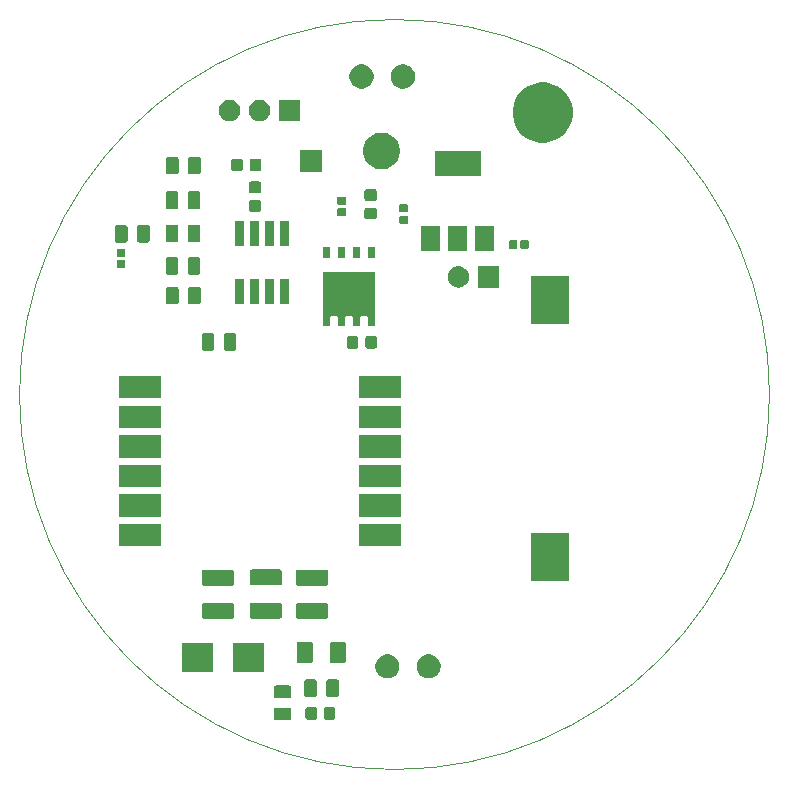
<source format=gbr>
G04 #@! TF.GenerationSoftware,KiCad,Pcbnew,(5.1.5)-3*
G04 #@! TF.CreationDate,2021-11-18T20:40:18-08:00*
G04 #@! TF.ProjectId,nixie_supply_v1,6e697869-655f-4737-9570-706c795f7631,rev?*
G04 #@! TF.SameCoordinates,Original*
G04 #@! TF.FileFunction,Soldermask,Top*
G04 #@! TF.FilePolarity,Negative*
%FSLAX46Y46*%
G04 Gerber Fmt 4.6, Leading zero omitted, Abs format (unit mm)*
G04 Created by KiCad (PCBNEW (5.1.5)-3) date 2021-11-18 20:40:18*
%MOMM*%
%LPD*%
G04 APERTURE LIST*
%ADD10C,0.120000*%
%ADD11C,0.150000*%
G04 APERTURE END LIST*
D10*
X159664400Y-69088000D02*
G75*
G03X159664400Y-69088000I-31750000J0D01*
G01*
D11*
G36*
X119024668Y-95602765D02*
G01*
X119063338Y-95614496D01*
X119098977Y-95633546D01*
X119130217Y-95659183D01*
X119155854Y-95690423D01*
X119174904Y-95726062D01*
X119186635Y-95764732D01*
X119191200Y-95811088D01*
X119191200Y-96462312D01*
X119186635Y-96508668D01*
X119174904Y-96547338D01*
X119155854Y-96582977D01*
X119130217Y-96614217D01*
X119098977Y-96639854D01*
X119063338Y-96658904D01*
X119024668Y-96670635D01*
X118978312Y-96675200D01*
X117902088Y-96675200D01*
X117855732Y-96670635D01*
X117817062Y-96658904D01*
X117781423Y-96639854D01*
X117750183Y-96614217D01*
X117724546Y-96582977D01*
X117705496Y-96547338D01*
X117693765Y-96508668D01*
X117689200Y-96462312D01*
X117689200Y-95811088D01*
X117693765Y-95764732D01*
X117705496Y-95726062D01*
X117724546Y-95690423D01*
X117750183Y-95659183D01*
X117781423Y-95633546D01*
X117817062Y-95614496D01*
X117855732Y-95602765D01*
X117902088Y-95598200D01*
X118978312Y-95598200D01*
X119024668Y-95602765D01*
G37*
G36*
X122770191Y-95566285D02*
G01*
X122804169Y-95576593D01*
X122835490Y-95593334D01*
X122862939Y-95615861D01*
X122885466Y-95643310D01*
X122902207Y-95674631D01*
X122912515Y-95708609D01*
X122916600Y-95750090D01*
X122916600Y-96426310D01*
X122912515Y-96467791D01*
X122902207Y-96501769D01*
X122885466Y-96533090D01*
X122862939Y-96560539D01*
X122835490Y-96583066D01*
X122804169Y-96599807D01*
X122770191Y-96610115D01*
X122728710Y-96614200D01*
X122127490Y-96614200D01*
X122086009Y-96610115D01*
X122052031Y-96599807D01*
X122020710Y-96583066D01*
X121993261Y-96560539D01*
X121970734Y-96533090D01*
X121953993Y-96501769D01*
X121943685Y-96467791D01*
X121939600Y-96426310D01*
X121939600Y-95750090D01*
X121943685Y-95708609D01*
X121953993Y-95674631D01*
X121970734Y-95643310D01*
X121993261Y-95615861D01*
X122020710Y-95593334D01*
X122052031Y-95576593D01*
X122086009Y-95566285D01*
X122127490Y-95562200D01*
X122728710Y-95562200D01*
X122770191Y-95566285D01*
G37*
G36*
X121195191Y-95566285D02*
G01*
X121229169Y-95576593D01*
X121260490Y-95593334D01*
X121287939Y-95615861D01*
X121310466Y-95643310D01*
X121327207Y-95674631D01*
X121337515Y-95708609D01*
X121341600Y-95750090D01*
X121341600Y-96426310D01*
X121337515Y-96467791D01*
X121327207Y-96501769D01*
X121310466Y-96533090D01*
X121287939Y-96560539D01*
X121260490Y-96583066D01*
X121229169Y-96599807D01*
X121195191Y-96610115D01*
X121153710Y-96614200D01*
X120552490Y-96614200D01*
X120511009Y-96610115D01*
X120477031Y-96599807D01*
X120445710Y-96583066D01*
X120418261Y-96560539D01*
X120395734Y-96533090D01*
X120378993Y-96501769D01*
X120368685Y-96467791D01*
X120364600Y-96426310D01*
X120364600Y-95750090D01*
X120368685Y-95708609D01*
X120378993Y-95674631D01*
X120395734Y-95643310D01*
X120418261Y-95615861D01*
X120445710Y-95593334D01*
X120477031Y-95576593D01*
X120511009Y-95566285D01*
X120552490Y-95562200D01*
X121153710Y-95562200D01*
X121195191Y-95566285D01*
G37*
G36*
X119024668Y-93727765D02*
G01*
X119063338Y-93739496D01*
X119098977Y-93758546D01*
X119130217Y-93784183D01*
X119155854Y-93815423D01*
X119174904Y-93851062D01*
X119186635Y-93889732D01*
X119191200Y-93936088D01*
X119191200Y-94587312D01*
X119186635Y-94633668D01*
X119174904Y-94672338D01*
X119155854Y-94707977D01*
X119130217Y-94739217D01*
X119098977Y-94764854D01*
X119063338Y-94783904D01*
X119024668Y-94795635D01*
X118978312Y-94800200D01*
X117902088Y-94800200D01*
X117855732Y-94795635D01*
X117817062Y-94783904D01*
X117781423Y-94764854D01*
X117750183Y-94739217D01*
X117724546Y-94707977D01*
X117705496Y-94672338D01*
X117693765Y-94633668D01*
X117689200Y-94587312D01*
X117689200Y-93936088D01*
X117693765Y-93889732D01*
X117705496Y-93851062D01*
X117724546Y-93815423D01*
X117750183Y-93784183D01*
X117781423Y-93758546D01*
X117817062Y-93739496D01*
X117855732Y-93727765D01*
X117902088Y-93723200D01*
X118978312Y-93723200D01*
X119024668Y-93727765D01*
G37*
G36*
X123051668Y-93208165D02*
G01*
X123090338Y-93219896D01*
X123125977Y-93238946D01*
X123157217Y-93264583D01*
X123182854Y-93295823D01*
X123201904Y-93331462D01*
X123213635Y-93370132D01*
X123218200Y-93416488D01*
X123218200Y-94492712D01*
X123213635Y-94539068D01*
X123201904Y-94577738D01*
X123182854Y-94613377D01*
X123157217Y-94644617D01*
X123125977Y-94670254D01*
X123090338Y-94689304D01*
X123051668Y-94701035D01*
X123005312Y-94705600D01*
X122354088Y-94705600D01*
X122307732Y-94701035D01*
X122269062Y-94689304D01*
X122233423Y-94670254D01*
X122202183Y-94644617D01*
X122176546Y-94613377D01*
X122157496Y-94577738D01*
X122145765Y-94539068D01*
X122141200Y-94492712D01*
X122141200Y-93416488D01*
X122145765Y-93370132D01*
X122157496Y-93331462D01*
X122176546Y-93295823D01*
X122202183Y-93264583D01*
X122233423Y-93238946D01*
X122269062Y-93219896D01*
X122307732Y-93208165D01*
X122354088Y-93203600D01*
X123005312Y-93203600D01*
X123051668Y-93208165D01*
G37*
G36*
X121176668Y-93208165D02*
G01*
X121215338Y-93219896D01*
X121250977Y-93238946D01*
X121282217Y-93264583D01*
X121307854Y-93295823D01*
X121326904Y-93331462D01*
X121338635Y-93370132D01*
X121343200Y-93416488D01*
X121343200Y-94492712D01*
X121338635Y-94539068D01*
X121326904Y-94577738D01*
X121307854Y-94613377D01*
X121282217Y-94644617D01*
X121250977Y-94670254D01*
X121215338Y-94689304D01*
X121176668Y-94701035D01*
X121130312Y-94705600D01*
X120479088Y-94705600D01*
X120432732Y-94701035D01*
X120394062Y-94689304D01*
X120358423Y-94670254D01*
X120327183Y-94644617D01*
X120301546Y-94613377D01*
X120282496Y-94577738D01*
X120270765Y-94539068D01*
X120266200Y-94492712D01*
X120266200Y-93416488D01*
X120270765Y-93370132D01*
X120282496Y-93331462D01*
X120301546Y-93295823D01*
X120327183Y-93264583D01*
X120358423Y-93238946D01*
X120394062Y-93219896D01*
X120432732Y-93208165D01*
X120479088Y-93203600D01*
X121130312Y-93203600D01*
X121176668Y-93208165D01*
G37*
G36*
X127606672Y-91113828D02*
G01*
X127793391Y-91191170D01*
X127793393Y-91191171D01*
X127961437Y-91303454D01*
X128104346Y-91446363D01*
X128198717Y-91587600D01*
X128216630Y-91614409D01*
X128293972Y-91801128D01*
X128333400Y-91999347D01*
X128333400Y-92201453D01*
X128293972Y-92399672D01*
X128225573Y-92564800D01*
X128216629Y-92586393D01*
X128104346Y-92754437D01*
X127961437Y-92897346D01*
X127793393Y-93009629D01*
X127793392Y-93009630D01*
X127793391Y-93009630D01*
X127606672Y-93086972D01*
X127408453Y-93126400D01*
X127206347Y-93126400D01*
X127008128Y-93086972D01*
X126821409Y-93009630D01*
X126821408Y-93009630D01*
X126821407Y-93009629D01*
X126653363Y-92897346D01*
X126510454Y-92754437D01*
X126398171Y-92586393D01*
X126389227Y-92564800D01*
X126320828Y-92399672D01*
X126281400Y-92201453D01*
X126281400Y-91999347D01*
X126320828Y-91801128D01*
X126398170Y-91614409D01*
X126416083Y-91587600D01*
X126510454Y-91446363D01*
X126653363Y-91303454D01*
X126821407Y-91191171D01*
X126821409Y-91191170D01*
X127008128Y-91113828D01*
X127206347Y-91074400D01*
X127408453Y-91074400D01*
X127606672Y-91113828D01*
G37*
G36*
X131106672Y-91113828D02*
G01*
X131293391Y-91191170D01*
X131293393Y-91191171D01*
X131461437Y-91303454D01*
X131604346Y-91446363D01*
X131698717Y-91587600D01*
X131716630Y-91614409D01*
X131793972Y-91801128D01*
X131833400Y-91999347D01*
X131833400Y-92201453D01*
X131793972Y-92399672D01*
X131725573Y-92564800D01*
X131716629Y-92586393D01*
X131604346Y-92754437D01*
X131461437Y-92897346D01*
X131293393Y-93009629D01*
X131293392Y-93009630D01*
X131293391Y-93009630D01*
X131106672Y-93086972D01*
X130908453Y-93126400D01*
X130706347Y-93126400D01*
X130508128Y-93086972D01*
X130321409Y-93009630D01*
X130321408Y-93009630D01*
X130321407Y-93009629D01*
X130153363Y-92897346D01*
X130010454Y-92754437D01*
X129898171Y-92586393D01*
X129889227Y-92564800D01*
X129820828Y-92399672D01*
X129781400Y-92201453D01*
X129781400Y-91999347D01*
X129820828Y-91801128D01*
X129898170Y-91614409D01*
X129916083Y-91587600D01*
X130010454Y-91446363D01*
X130153363Y-91303454D01*
X130321407Y-91191171D01*
X130321409Y-91191170D01*
X130508128Y-91113828D01*
X130706347Y-91074400D01*
X130908453Y-91074400D01*
X131106672Y-91113828D01*
G37*
G36*
X112562000Y-92564800D02*
G01*
X109960000Y-92564800D01*
X109960000Y-90162800D01*
X112562000Y-90162800D01*
X112562000Y-92564800D01*
G37*
G36*
X116862000Y-92564800D02*
G01*
X114260000Y-92564800D01*
X114260000Y-90162800D01*
X116862000Y-90162800D01*
X116862000Y-92564800D01*
G37*
G36*
X120835404Y-90010347D02*
G01*
X120871944Y-90021432D01*
X120905621Y-90039433D01*
X120935141Y-90063659D01*
X120959367Y-90093179D01*
X120977368Y-90126856D01*
X120988453Y-90163396D01*
X120992800Y-90207538D01*
X120992800Y-91656462D01*
X120988453Y-91700604D01*
X120977368Y-91737144D01*
X120959367Y-91770821D01*
X120935141Y-91800341D01*
X120905621Y-91824567D01*
X120871944Y-91842568D01*
X120835404Y-91853653D01*
X120791262Y-91858000D01*
X119842338Y-91858000D01*
X119798196Y-91853653D01*
X119761656Y-91842568D01*
X119727979Y-91824567D01*
X119698459Y-91800341D01*
X119674233Y-91770821D01*
X119656232Y-91737144D01*
X119645147Y-91700604D01*
X119640800Y-91656462D01*
X119640800Y-90207538D01*
X119645147Y-90163396D01*
X119656232Y-90126856D01*
X119674233Y-90093179D01*
X119698459Y-90063659D01*
X119727979Y-90039433D01*
X119761656Y-90021432D01*
X119798196Y-90010347D01*
X119842338Y-90006000D01*
X120791262Y-90006000D01*
X120835404Y-90010347D01*
G37*
G36*
X123635404Y-90010347D02*
G01*
X123671944Y-90021432D01*
X123705621Y-90039433D01*
X123735141Y-90063659D01*
X123759367Y-90093179D01*
X123777368Y-90126856D01*
X123788453Y-90163396D01*
X123792800Y-90207538D01*
X123792800Y-91656462D01*
X123788453Y-91700604D01*
X123777368Y-91737144D01*
X123759367Y-91770821D01*
X123735141Y-91800341D01*
X123705621Y-91824567D01*
X123671944Y-91842568D01*
X123635404Y-91853653D01*
X123591262Y-91858000D01*
X122642338Y-91858000D01*
X122598196Y-91853653D01*
X122561656Y-91842568D01*
X122527979Y-91824567D01*
X122498459Y-91800341D01*
X122474233Y-91770821D01*
X122456232Y-91737144D01*
X122445147Y-91700604D01*
X122440800Y-91656462D01*
X122440800Y-90207538D01*
X122445147Y-90163396D01*
X122456232Y-90126856D01*
X122474233Y-90093179D01*
X122498459Y-90063659D01*
X122527979Y-90039433D01*
X122561656Y-90021432D01*
X122598196Y-90010347D01*
X122642338Y-90006000D01*
X123591262Y-90006000D01*
X123635404Y-90010347D01*
G37*
G36*
X122148004Y-86732747D02*
G01*
X122184544Y-86743832D01*
X122218221Y-86761833D01*
X122247741Y-86786059D01*
X122271967Y-86815579D01*
X122289968Y-86849256D01*
X122301053Y-86885796D01*
X122305400Y-86929938D01*
X122305400Y-87878862D01*
X122301053Y-87923004D01*
X122289968Y-87959544D01*
X122271967Y-87993221D01*
X122247741Y-88022741D01*
X122218221Y-88046967D01*
X122184544Y-88064968D01*
X122148004Y-88076053D01*
X122103862Y-88080400D01*
X119754938Y-88080400D01*
X119710796Y-88076053D01*
X119674256Y-88064968D01*
X119640579Y-88046967D01*
X119611059Y-88022741D01*
X119586833Y-87993221D01*
X119568832Y-87959544D01*
X119557747Y-87923004D01*
X119553400Y-87878862D01*
X119553400Y-86929938D01*
X119557747Y-86885796D01*
X119568832Y-86849256D01*
X119586833Y-86815579D01*
X119611059Y-86786059D01*
X119640579Y-86761833D01*
X119674256Y-86743832D01*
X119710796Y-86732747D01*
X119754938Y-86728400D01*
X122103862Y-86728400D01*
X122148004Y-86732747D01*
G37*
G36*
X114172404Y-86732747D02*
G01*
X114208944Y-86743832D01*
X114242621Y-86761833D01*
X114272141Y-86786059D01*
X114296367Y-86815579D01*
X114314368Y-86849256D01*
X114325453Y-86885796D01*
X114329800Y-86929938D01*
X114329800Y-87878862D01*
X114325453Y-87923004D01*
X114314368Y-87959544D01*
X114296367Y-87993221D01*
X114272141Y-88022741D01*
X114242621Y-88046967D01*
X114208944Y-88064968D01*
X114172404Y-88076053D01*
X114128262Y-88080400D01*
X111779338Y-88080400D01*
X111735196Y-88076053D01*
X111698656Y-88064968D01*
X111664979Y-88046967D01*
X111635459Y-88022741D01*
X111611233Y-87993221D01*
X111593232Y-87959544D01*
X111582147Y-87923004D01*
X111577800Y-87878862D01*
X111577800Y-86929938D01*
X111582147Y-86885796D01*
X111593232Y-86849256D01*
X111611233Y-86815579D01*
X111635459Y-86786059D01*
X111664979Y-86761833D01*
X111698656Y-86743832D01*
X111735196Y-86732747D01*
X111779338Y-86728400D01*
X114128262Y-86728400D01*
X114172404Y-86732747D01*
G37*
G36*
X118236404Y-86707347D02*
G01*
X118272944Y-86718432D01*
X118306621Y-86736433D01*
X118336141Y-86760659D01*
X118360367Y-86790179D01*
X118378368Y-86823856D01*
X118389453Y-86860396D01*
X118393800Y-86904538D01*
X118393800Y-87853462D01*
X118389453Y-87897604D01*
X118378368Y-87934144D01*
X118360367Y-87967821D01*
X118336141Y-87997341D01*
X118306621Y-88021567D01*
X118272944Y-88039568D01*
X118236404Y-88050653D01*
X118192262Y-88055000D01*
X115843338Y-88055000D01*
X115799196Y-88050653D01*
X115762656Y-88039568D01*
X115728979Y-88021567D01*
X115699459Y-87997341D01*
X115675233Y-87967821D01*
X115657232Y-87934144D01*
X115646147Y-87897604D01*
X115641800Y-87853462D01*
X115641800Y-86904538D01*
X115646147Y-86860396D01*
X115657232Y-86823856D01*
X115675233Y-86790179D01*
X115699459Y-86760659D01*
X115728979Y-86736433D01*
X115762656Y-86718432D01*
X115799196Y-86707347D01*
X115843338Y-86703000D01*
X118192262Y-86703000D01*
X118236404Y-86707347D01*
G37*
G36*
X122148004Y-83932747D02*
G01*
X122184544Y-83943832D01*
X122218221Y-83961833D01*
X122247741Y-83986059D01*
X122271967Y-84015579D01*
X122289968Y-84049256D01*
X122301053Y-84085796D01*
X122305400Y-84129938D01*
X122305400Y-85078862D01*
X122301053Y-85123004D01*
X122289968Y-85159544D01*
X122271967Y-85193221D01*
X122247741Y-85222741D01*
X122218221Y-85246967D01*
X122184544Y-85264968D01*
X122148004Y-85276053D01*
X122103862Y-85280400D01*
X119754938Y-85280400D01*
X119710796Y-85276053D01*
X119674256Y-85264968D01*
X119640579Y-85246967D01*
X119611059Y-85222741D01*
X119586833Y-85193221D01*
X119568832Y-85159544D01*
X119557747Y-85123004D01*
X119553400Y-85078862D01*
X119553400Y-84129938D01*
X119557747Y-84085796D01*
X119568832Y-84049256D01*
X119586833Y-84015579D01*
X119611059Y-83986059D01*
X119640579Y-83961833D01*
X119674256Y-83943832D01*
X119710796Y-83932747D01*
X119754938Y-83928400D01*
X122103862Y-83928400D01*
X122148004Y-83932747D01*
G37*
G36*
X114172404Y-83932747D02*
G01*
X114208944Y-83943832D01*
X114242621Y-83961833D01*
X114272141Y-83986059D01*
X114296367Y-84015579D01*
X114314368Y-84049256D01*
X114325453Y-84085796D01*
X114329800Y-84129938D01*
X114329800Y-85078862D01*
X114325453Y-85123004D01*
X114314368Y-85159544D01*
X114296367Y-85193221D01*
X114272141Y-85222741D01*
X114242621Y-85246967D01*
X114208944Y-85264968D01*
X114172404Y-85276053D01*
X114128262Y-85280400D01*
X111779338Y-85280400D01*
X111735196Y-85276053D01*
X111698656Y-85264968D01*
X111664979Y-85246967D01*
X111635459Y-85222741D01*
X111611233Y-85193221D01*
X111593232Y-85159544D01*
X111582147Y-85123004D01*
X111577800Y-85078862D01*
X111577800Y-84129938D01*
X111582147Y-84085796D01*
X111593232Y-84049256D01*
X111611233Y-84015579D01*
X111635459Y-83986059D01*
X111664979Y-83961833D01*
X111698656Y-83943832D01*
X111735196Y-83932747D01*
X111779338Y-83928400D01*
X114128262Y-83928400D01*
X114172404Y-83932747D01*
G37*
G36*
X118236404Y-83907347D02*
G01*
X118272944Y-83918432D01*
X118306621Y-83936433D01*
X118336141Y-83960659D01*
X118360367Y-83990179D01*
X118378368Y-84023856D01*
X118389453Y-84060396D01*
X118393800Y-84104538D01*
X118393800Y-85053462D01*
X118389453Y-85097604D01*
X118378368Y-85134144D01*
X118360367Y-85167821D01*
X118336141Y-85197341D01*
X118306621Y-85221567D01*
X118272944Y-85239568D01*
X118236404Y-85250653D01*
X118192262Y-85255000D01*
X115843338Y-85255000D01*
X115799196Y-85250653D01*
X115762656Y-85239568D01*
X115728979Y-85221567D01*
X115699459Y-85197341D01*
X115675233Y-85167821D01*
X115657232Y-85134144D01*
X115646147Y-85097604D01*
X115641800Y-85053462D01*
X115641800Y-84104538D01*
X115646147Y-84060396D01*
X115657232Y-84023856D01*
X115675233Y-83990179D01*
X115699459Y-83960659D01*
X115728979Y-83936433D01*
X115762656Y-83918432D01*
X115799196Y-83907347D01*
X115843338Y-83903000D01*
X118192262Y-83903000D01*
X118236404Y-83907347D01*
G37*
G36*
X142707600Y-84903400D02*
G01*
X139435600Y-84903400D01*
X139435600Y-80841400D01*
X142707600Y-80841400D01*
X142707600Y-84903400D01*
G37*
G36*
X128461200Y-81922800D02*
G01*
X124929200Y-81922800D01*
X124929200Y-80030800D01*
X128461200Y-80030800D01*
X128461200Y-81922800D01*
G37*
G36*
X108141200Y-81922800D02*
G01*
X104609200Y-81922800D01*
X104609200Y-80030800D01*
X108141200Y-80030800D01*
X108141200Y-81922800D01*
G37*
G36*
X128461200Y-79422800D02*
G01*
X124929200Y-79422800D01*
X124929200Y-77530800D01*
X128461200Y-77530800D01*
X128461200Y-79422800D01*
G37*
G36*
X108141200Y-79422800D02*
G01*
X104609200Y-79422800D01*
X104609200Y-77530800D01*
X108141200Y-77530800D01*
X108141200Y-79422800D01*
G37*
G36*
X108141200Y-76922800D02*
G01*
X104609200Y-76922800D01*
X104609200Y-75030800D01*
X108141200Y-75030800D01*
X108141200Y-76922800D01*
G37*
G36*
X128461200Y-76922800D02*
G01*
X124929200Y-76922800D01*
X124929200Y-75030800D01*
X128461200Y-75030800D01*
X128461200Y-76922800D01*
G37*
G36*
X128461200Y-74422800D02*
G01*
X124929200Y-74422800D01*
X124929200Y-72530800D01*
X128461200Y-72530800D01*
X128461200Y-74422800D01*
G37*
G36*
X108141200Y-74422800D02*
G01*
X104609200Y-74422800D01*
X104609200Y-72530800D01*
X108141200Y-72530800D01*
X108141200Y-74422800D01*
G37*
G36*
X128461200Y-71922800D02*
G01*
X124929200Y-71922800D01*
X124929200Y-70030800D01*
X128461200Y-70030800D01*
X128461200Y-71922800D01*
G37*
G36*
X108141200Y-71922800D02*
G01*
X104609200Y-71922800D01*
X104609200Y-70030800D01*
X108141200Y-70030800D01*
X108141200Y-71922800D01*
G37*
G36*
X128461200Y-69422800D02*
G01*
X124929200Y-69422800D01*
X124929200Y-67530800D01*
X128461200Y-67530800D01*
X128461200Y-69422800D01*
G37*
G36*
X108141200Y-69422800D02*
G01*
X104609200Y-69422800D01*
X104609200Y-67530800D01*
X108141200Y-67530800D01*
X108141200Y-69422800D01*
G37*
G36*
X112489868Y-63896565D02*
G01*
X112528538Y-63908296D01*
X112564177Y-63927346D01*
X112595417Y-63952983D01*
X112621054Y-63984223D01*
X112640104Y-64019862D01*
X112651835Y-64058532D01*
X112656400Y-64104888D01*
X112656400Y-65181112D01*
X112651835Y-65227468D01*
X112640104Y-65266138D01*
X112621054Y-65301777D01*
X112595417Y-65333017D01*
X112564177Y-65358654D01*
X112528538Y-65377704D01*
X112489868Y-65389435D01*
X112443512Y-65394000D01*
X111792288Y-65394000D01*
X111745932Y-65389435D01*
X111707262Y-65377704D01*
X111671623Y-65358654D01*
X111640383Y-65333017D01*
X111614746Y-65301777D01*
X111595696Y-65266138D01*
X111583965Y-65227468D01*
X111579400Y-65181112D01*
X111579400Y-64104888D01*
X111583965Y-64058532D01*
X111595696Y-64019862D01*
X111614746Y-63984223D01*
X111640383Y-63952983D01*
X111671623Y-63927346D01*
X111707262Y-63908296D01*
X111745932Y-63896565D01*
X111792288Y-63892000D01*
X112443512Y-63892000D01*
X112489868Y-63896565D01*
G37*
G36*
X114364868Y-63896565D02*
G01*
X114403538Y-63908296D01*
X114439177Y-63927346D01*
X114470417Y-63952983D01*
X114496054Y-63984223D01*
X114515104Y-64019862D01*
X114526835Y-64058532D01*
X114531400Y-64104888D01*
X114531400Y-65181112D01*
X114526835Y-65227468D01*
X114515104Y-65266138D01*
X114496054Y-65301777D01*
X114470417Y-65333017D01*
X114439177Y-65358654D01*
X114403538Y-65377704D01*
X114364868Y-65389435D01*
X114318512Y-65394000D01*
X113667288Y-65394000D01*
X113620932Y-65389435D01*
X113582262Y-65377704D01*
X113546623Y-65358654D01*
X113515383Y-65333017D01*
X113489746Y-65301777D01*
X113470696Y-65266138D01*
X113458965Y-65227468D01*
X113454400Y-65181112D01*
X113454400Y-64104888D01*
X113458965Y-64058532D01*
X113470696Y-64019862D01*
X113489746Y-63984223D01*
X113515383Y-63952983D01*
X113546623Y-63927346D01*
X113582262Y-63908296D01*
X113620932Y-63896565D01*
X113667288Y-63892000D01*
X114318512Y-63892000D01*
X114364868Y-63896565D01*
G37*
G36*
X126275391Y-64146485D02*
G01*
X126309369Y-64156793D01*
X126340690Y-64173534D01*
X126368139Y-64196061D01*
X126390666Y-64223510D01*
X126407407Y-64254831D01*
X126417715Y-64288809D01*
X126421800Y-64330290D01*
X126421800Y-65006510D01*
X126417715Y-65047991D01*
X126407407Y-65081969D01*
X126390666Y-65113290D01*
X126368139Y-65140739D01*
X126340690Y-65163266D01*
X126309369Y-65180007D01*
X126275391Y-65190315D01*
X126233910Y-65194400D01*
X125632690Y-65194400D01*
X125591209Y-65190315D01*
X125557231Y-65180007D01*
X125525910Y-65163266D01*
X125498461Y-65140739D01*
X125475934Y-65113290D01*
X125459193Y-65081969D01*
X125448885Y-65047991D01*
X125444800Y-65006510D01*
X125444800Y-64330290D01*
X125448885Y-64288809D01*
X125459193Y-64254831D01*
X125475934Y-64223510D01*
X125498461Y-64196061D01*
X125525910Y-64173534D01*
X125557231Y-64156793D01*
X125591209Y-64146485D01*
X125632690Y-64142400D01*
X126233910Y-64142400D01*
X126275391Y-64146485D01*
G37*
G36*
X124700391Y-64146485D02*
G01*
X124734369Y-64156793D01*
X124765690Y-64173534D01*
X124793139Y-64196061D01*
X124815666Y-64223510D01*
X124832407Y-64254831D01*
X124842715Y-64288809D01*
X124846800Y-64330290D01*
X124846800Y-65006510D01*
X124842715Y-65047991D01*
X124832407Y-65081969D01*
X124815666Y-65113290D01*
X124793139Y-65140739D01*
X124765690Y-65163266D01*
X124734369Y-65180007D01*
X124700391Y-65190315D01*
X124658910Y-65194400D01*
X124057690Y-65194400D01*
X124016209Y-65190315D01*
X123982231Y-65180007D01*
X123950910Y-65163266D01*
X123923461Y-65140739D01*
X123900934Y-65113290D01*
X123884193Y-65081969D01*
X123873885Y-65047991D01*
X123869800Y-65006510D01*
X123869800Y-64330290D01*
X123873885Y-64288809D01*
X123884193Y-64254831D01*
X123900934Y-64223510D01*
X123923461Y-64196061D01*
X123950910Y-64173534D01*
X123982231Y-64156793D01*
X124016209Y-64146485D01*
X124057690Y-64142400D01*
X124658910Y-64142400D01*
X124700391Y-64146485D01*
G37*
G36*
X126258599Y-58718999D02*
G01*
X126258601Y-58719001D01*
X126259205Y-58725137D01*
X126259205Y-63262863D01*
X126258601Y-63268999D01*
X126258599Y-63269001D01*
X126252463Y-63269605D01*
X125664737Y-63269605D01*
X125658601Y-63269001D01*
X125658599Y-63268999D01*
X125657995Y-63262863D01*
X125657995Y-62594604D01*
X125655593Y-62570218D01*
X125648480Y-62546769D01*
X125636929Y-62525158D01*
X125621384Y-62506216D01*
X125602442Y-62490671D01*
X125580831Y-62479120D01*
X125557382Y-62472007D01*
X125532996Y-62469605D01*
X125114204Y-62469605D01*
X125089818Y-62472007D01*
X125066369Y-62479120D01*
X125044758Y-62490671D01*
X125025816Y-62506216D01*
X125010271Y-62525158D01*
X124998720Y-62546769D01*
X124991607Y-62570218D01*
X124989205Y-62594604D01*
X124989205Y-63262863D01*
X124988601Y-63268999D01*
X124988599Y-63269001D01*
X124982463Y-63269605D01*
X124394737Y-63269605D01*
X124388601Y-63269001D01*
X124388599Y-63268999D01*
X124387995Y-63262863D01*
X124387995Y-62594604D01*
X124385593Y-62570218D01*
X124378480Y-62546769D01*
X124366929Y-62525158D01*
X124351384Y-62506216D01*
X124332442Y-62490671D01*
X124310831Y-62479120D01*
X124287382Y-62472007D01*
X124262996Y-62469605D01*
X123844204Y-62469605D01*
X123819818Y-62472007D01*
X123796369Y-62479120D01*
X123774758Y-62490671D01*
X123755816Y-62506216D01*
X123740271Y-62525158D01*
X123728720Y-62546769D01*
X123721607Y-62570218D01*
X123719205Y-62594604D01*
X123719205Y-63262863D01*
X123718601Y-63268999D01*
X123718599Y-63269001D01*
X123712463Y-63269605D01*
X123124737Y-63269605D01*
X123118601Y-63269001D01*
X123118599Y-63268999D01*
X123117995Y-63262863D01*
X123117995Y-62594604D01*
X123115593Y-62570218D01*
X123108480Y-62546769D01*
X123096929Y-62525158D01*
X123081384Y-62506216D01*
X123062442Y-62490671D01*
X123040831Y-62479120D01*
X123017382Y-62472007D01*
X122992996Y-62469605D01*
X122574204Y-62469605D01*
X122549818Y-62472007D01*
X122526369Y-62479120D01*
X122504758Y-62490671D01*
X122485816Y-62506216D01*
X122470271Y-62525158D01*
X122458720Y-62546769D01*
X122451607Y-62570218D01*
X122449205Y-62594604D01*
X122449205Y-63262863D01*
X122448601Y-63268999D01*
X122448599Y-63269001D01*
X122442463Y-63269605D01*
X121854737Y-63269605D01*
X121848601Y-63269001D01*
X121848599Y-63268999D01*
X121847995Y-63262863D01*
X121847995Y-58725137D01*
X121848599Y-58719001D01*
X121848601Y-58718999D01*
X121854737Y-58718395D01*
X126252463Y-58718395D01*
X126258599Y-58718999D01*
G37*
G36*
X142707600Y-63143400D02*
G01*
X139435600Y-63143400D01*
X139435600Y-59081400D01*
X142707600Y-59081400D01*
X142707600Y-63143400D01*
G37*
G36*
X109467268Y-59959565D02*
G01*
X109505938Y-59971296D01*
X109541577Y-59990346D01*
X109572817Y-60015983D01*
X109598454Y-60047223D01*
X109617504Y-60082862D01*
X109629235Y-60121532D01*
X109633800Y-60167888D01*
X109633800Y-61244112D01*
X109629235Y-61290468D01*
X109617504Y-61329138D01*
X109598454Y-61364777D01*
X109572817Y-61396017D01*
X109541577Y-61421654D01*
X109505938Y-61440704D01*
X109467268Y-61452435D01*
X109420912Y-61457000D01*
X108769688Y-61457000D01*
X108723332Y-61452435D01*
X108684662Y-61440704D01*
X108649023Y-61421654D01*
X108617783Y-61396017D01*
X108592146Y-61364777D01*
X108573096Y-61329138D01*
X108561365Y-61290468D01*
X108556800Y-61244112D01*
X108556800Y-60167888D01*
X108561365Y-60121532D01*
X108573096Y-60082862D01*
X108592146Y-60047223D01*
X108617783Y-60015983D01*
X108649023Y-59990346D01*
X108684662Y-59971296D01*
X108723332Y-59959565D01*
X108769688Y-59955000D01*
X109420912Y-59955000D01*
X109467268Y-59959565D01*
G37*
G36*
X111342268Y-59959565D02*
G01*
X111380938Y-59971296D01*
X111416577Y-59990346D01*
X111447817Y-60015983D01*
X111473454Y-60047223D01*
X111492504Y-60082862D01*
X111504235Y-60121532D01*
X111508800Y-60167888D01*
X111508800Y-61244112D01*
X111504235Y-61290468D01*
X111492504Y-61329138D01*
X111473454Y-61364777D01*
X111447817Y-61396017D01*
X111416577Y-61421654D01*
X111380938Y-61440704D01*
X111342268Y-61452435D01*
X111295912Y-61457000D01*
X110644688Y-61457000D01*
X110598332Y-61452435D01*
X110559662Y-61440704D01*
X110524023Y-61421654D01*
X110492783Y-61396017D01*
X110467146Y-61364777D01*
X110448096Y-61329138D01*
X110436365Y-61290468D01*
X110431800Y-61244112D01*
X110431800Y-60167888D01*
X110436365Y-60121532D01*
X110448096Y-60082862D01*
X110467146Y-60047223D01*
X110492783Y-60015983D01*
X110524023Y-59990346D01*
X110559662Y-59971296D01*
X110598332Y-59959565D01*
X110644688Y-59955000D01*
X111295912Y-59955000D01*
X111342268Y-59959565D01*
G37*
G36*
X117673600Y-61438400D02*
G01*
X116971600Y-61438400D01*
X116971600Y-59336400D01*
X117673600Y-59336400D01*
X117673600Y-61438400D01*
G37*
G36*
X118943600Y-61438400D02*
G01*
X118241600Y-61438400D01*
X118241600Y-59336400D01*
X118943600Y-59336400D01*
X118943600Y-61438400D01*
G37*
G36*
X116403600Y-61438400D02*
G01*
X115701600Y-61438400D01*
X115701600Y-59336400D01*
X116403600Y-59336400D01*
X116403600Y-61438400D01*
G37*
G36*
X115133600Y-61438400D02*
G01*
X114431600Y-61438400D01*
X114431600Y-59336400D01*
X115133600Y-59336400D01*
X115133600Y-61438400D01*
G37*
G36*
X136765600Y-60032200D02*
G01*
X134963600Y-60032200D01*
X134963600Y-58230200D01*
X136765600Y-58230200D01*
X136765600Y-60032200D01*
G37*
G36*
X133438112Y-58235127D02*
G01*
X133587412Y-58264824D01*
X133751384Y-58332744D01*
X133898954Y-58431347D01*
X134024453Y-58556846D01*
X134123056Y-58704416D01*
X134190976Y-58868388D01*
X134225600Y-59042459D01*
X134225600Y-59219941D01*
X134190976Y-59394012D01*
X134123056Y-59557984D01*
X134024453Y-59705554D01*
X133898954Y-59831053D01*
X133751384Y-59929656D01*
X133587412Y-59997576D01*
X133438112Y-60027273D01*
X133413342Y-60032200D01*
X133235858Y-60032200D01*
X133211088Y-60027273D01*
X133061788Y-59997576D01*
X132897816Y-59929656D01*
X132750246Y-59831053D01*
X132624747Y-59705554D01*
X132526144Y-59557984D01*
X132458224Y-59394012D01*
X132423600Y-59219941D01*
X132423600Y-59042459D01*
X132458224Y-58868388D01*
X132526144Y-58704416D01*
X132624747Y-58556846D01*
X132750246Y-58431347D01*
X132897816Y-58332744D01*
X133061788Y-58264824D01*
X133211088Y-58235127D01*
X133235858Y-58230200D01*
X133413342Y-58230200D01*
X133438112Y-58235127D01*
G37*
G36*
X111316868Y-57444965D02*
G01*
X111355538Y-57456696D01*
X111391177Y-57475746D01*
X111422417Y-57501383D01*
X111448054Y-57532623D01*
X111467104Y-57568262D01*
X111478835Y-57606932D01*
X111483400Y-57653288D01*
X111483400Y-58729512D01*
X111478835Y-58775868D01*
X111467104Y-58814538D01*
X111448054Y-58850177D01*
X111422417Y-58881417D01*
X111391177Y-58907054D01*
X111355538Y-58926104D01*
X111316868Y-58937835D01*
X111270512Y-58942400D01*
X110619288Y-58942400D01*
X110572932Y-58937835D01*
X110534262Y-58926104D01*
X110498623Y-58907054D01*
X110467383Y-58881417D01*
X110441746Y-58850177D01*
X110422696Y-58814538D01*
X110410965Y-58775868D01*
X110406400Y-58729512D01*
X110406400Y-57653288D01*
X110410965Y-57606932D01*
X110422696Y-57568262D01*
X110441746Y-57532623D01*
X110467383Y-57501383D01*
X110498623Y-57475746D01*
X110534262Y-57456696D01*
X110572932Y-57444965D01*
X110619288Y-57440400D01*
X111270512Y-57440400D01*
X111316868Y-57444965D01*
G37*
G36*
X109441868Y-57444965D02*
G01*
X109480538Y-57456696D01*
X109516177Y-57475746D01*
X109547417Y-57501383D01*
X109573054Y-57532623D01*
X109592104Y-57568262D01*
X109603835Y-57606932D01*
X109608400Y-57653288D01*
X109608400Y-58729512D01*
X109603835Y-58775868D01*
X109592104Y-58814538D01*
X109573054Y-58850177D01*
X109547417Y-58881417D01*
X109516177Y-58907054D01*
X109480538Y-58926104D01*
X109441868Y-58937835D01*
X109395512Y-58942400D01*
X108744288Y-58942400D01*
X108697932Y-58937835D01*
X108659262Y-58926104D01*
X108623623Y-58907054D01*
X108592383Y-58881417D01*
X108566746Y-58850177D01*
X108547696Y-58814538D01*
X108535965Y-58775868D01*
X108531400Y-58729512D01*
X108531400Y-57653288D01*
X108535965Y-57606932D01*
X108547696Y-57568262D01*
X108566746Y-57532623D01*
X108592383Y-57501383D01*
X108623623Y-57475746D01*
X108659262Y-57456696D01*
X108697932Y-57444965D01*
X108744288Y-57440400D01*
X109395512Y-57440400D01*
X109441868Y-57444965D01*
G37*
G36*
X105031538Y-57723516D02*
G01*
X105052157Y-57729771D01*
X105071153Y-57739924D01*
X105087808Y-57753592D01*
X105101476Y-57770247D01*
X105111629Y-57789243D01*
X105117884Y-57809862D01*
X105120600Y-57837440D01*
X105120600Y-58296160D01*
X105117884Y-58323738D01*
X105111629Y-58344357D01*
X105101476Y-58363353D01*
X105087808Y-58380008D01*
X105071153Y-58393676D01*
X105052157Y-58403829D01*
X105031538Y-58410084D01*
X105003960Y-58412800D01*
X104495240Y-58412800D01*
X104467662Y-58410084D01*
X104447043Y-58403829D01*
X104428047Y-58393676D01*
X104411392Y-58380008D01*
X104397724Y-58363353D01*
X104387571Y-58344357D01*
X104381316Y-58323738D01*
X104378600Y-58296160D01*
X104378600Y-57837440D01*
X104381316Y-57809862D01*
X104387571Y-57789243D01*
X104397724Y-57770247D01*
X104411392Y-57753592D01*
X104428047Y-57739924D01*
X104447043Y-57729771D01*
X104467662Y-57723516D01*
X104495240Y-57720800D01*
X105003960Y-57720800D01*
X105031538Y-57723516D01*
G37*
G36*
X126259600Y-57520000D02*
G01*
X125657600Y-57520000D01*
X125657600Y-56568000D01*
X126259600Y-56568000D01*
X126259600Y-57520000D01*
G37*
G36*
X124989600Y-57520000D02*
G01*
X124387600Y-57520000D01*
X124387600Y-56568000D01*
X124989600Y-56568000D01*
X124989600Y-57520000D01*
G37*
G36*
X122449600Y-57520000D02*
G01*
X121847600Y-57520000D01*
X121847600Y-56568000D01*
X122449600Y-56568000D01*
X122449600Y-57520000D01*
G37*
G36*
X123719600Y-57520000D02*
G01*
X123117600Y-57520000D01*
X123117600Y-56568000D01*
X123719600Y-56568000D01*
X123719600Y-57520000D01*
G37*
G36*
X105031538Y-56753516D02*
G01*
X105052157Y-56759771D01*
X105071153Y-56769924D01*
X105087808Y-56783592D01*
X105101476Y-56800247D01*
X105111629Y-56819243D01*
X105117884Y-56839862D01*
X105120600Y-56867440D01*
X105120600Y-57326160D01*
X105117884Y-57353738D01*
X105111629Y-57374357D01*
X105101476Y-57393353D01*
X105087808Y-57410008D01*
X105071153Y-57423676D01*
X105052157Y-57433829D01*
X105031538Y-57440084D01*
X105003960Y-57442800D01*
X104495240Y-57442800D01*
X104467662Y-57440084D01*
X104447043Y-57433829D01*
X104428047Y-57423676D01*
X104411392Y-57410008D01*
X104397724Y-57393353D01*
X104387571Y-57374357D01*
X104381316Y-57353738D01*
X104378600Y-57326160D01*
X104378600Y-56867440D01*
X104381316Y-56839862D01*
X104387571Y-56819243D01*
X104397724Y-56800247D01*
X104411392Y-56783592D01*
X104428047Y-56769924D01*
X104447043Y-56759771D01*
X104467662Y-56753516D01*
X104495240Y-56750800D01*
X105003960Y-56750800D01*
X105031538Y-56753516D01*
G37*
G36*
X131759560Y-56900920D02*
G01*
X130157560Y-56900920D01*
X130157560Y-54798920D01*
X131759560Y-54798920D01*
X131759560Y-56900920D01*
G37*
G36*
X134059560Y-56900920D02*
G01*
X132457560Y-56900920D01*
X132457560Y-54798920D01*
X134059560Y-54798920D01*
X134059560Y-56900920D01*
G37*
G36*
X136359560Y-56900920D02*
G01*
X134757560Y-56900920D01*
X134757560Y-54798920D01*
X136359560Y-54798920D01*
X136359560Y-56900920D01*
G37*
G36*
X139179558Y-56019716D02*
G01*
X139200177Y-56025971D01*
X139219173Y-56036124D01*
X139235828Y-56049792D01*
X139249496Y-56066447D01*
X139259649Y-56085443D01*
X139265904Y-56106062D01*
X139268620Y-56133640D01*
X139268620Y-56642360D01*
X139265904Y-56669938D01*
X139259649Y-56690557D01*
X139249496Y-56709553D01*
X139235828Y-56726208D01*
X139219173Y-56739876D01*
X139200177Y-56750029D01*
X139179558Y-56756284D01*
X139151980Y-56759000D01*
X138693260Y-56759000D01*
X138665682Y-56756284D01*
X138645063Y-56750029D01*
X138626067Y-56739876D01*
X138609412Y-56726208D01*
X138595744Y-56709553D01*
X138585591Y-56690557D01*
X138579336Y-56669938D01*
X138576620Y-56642360D01*
X138576620Y-56133640D01*
X138579336Y-56106062D01*
X138585591Y-56085443D01*
X138595744Y-56066447D01*
X138609412Y-56049792D01*
X138626067Y-56036124D01*
X138645063Y-56025971D01*
X138665682Y-56019716D01*
X138693260Y-56017000D01*
X139151980Y-56017000D01*
X139179558Y-56019716D01*
G37*
G36*
X138209558Y-56019716D02*
G01*
X138230177Y-56025971D01*
X138249173Y-56036124D01*
X138265828Y-56049792D01*
X138279496Y-56066447D01*
X138289649Y-56085443D01*
X138295904Y-56106062D01*
X138298620Y-56133640D01*
X138298620Y-56642360D01*
X138295904Y-56669938D01*
X138289649Y-56690557D01*
X138279496Y-56709553D01*
X138265828Y-56726208D01*
X138249173Y-56739876D01*
X138230177Y-56750029D01*
X138209558Y-56756284D01*
X138181980Y-56759000D01*
X137723260Y-56759000D01*
X137695682Y-56756284D01*
X137675063Y-56750029D01*
X137656067Y-56739876D01*
X137639412Y-56726208D01*
X137625744Y-56709553D01*
X137615591Y-56690557D01*
X137609336Y-56669938D01*
X137606620Y-56642360D01*
X137606620Y-56133640D01*
X137609336Y-56106062D01*
X137615591Y-56085443D01*
X137625744Y-56066447D01*
X137639412Y-56049792D01*
X137656067Y-56036124D01*
X137675063Y-56025971D01*
X137695682Y-56019716D01*
X137723260Y-56017000D01*
X138181980Y-56017000D01*
X138209558Y-56019716D01*
G37*
G36*
X118943600Y-56538400D02*
G01*
X118241600Y-56538400D01*
X118241600Y-54436400D01*
X118943600Y-54436400D01*
X118943600Y-56538400D01*
G37*
G36*
X117673600Y-56538400D02*
G01*
X116971600Y-56538400D01*
X116971600Y-54436400D01*
X117673600Y-54436400D01*
X117673600Y-56538400D01*
G37*
G36*
X116403600Y-56538400D02*
G01*
X115701600Y-56538400D01*
X115701600Y-54436400D01*
X116403600Y-54436400D01*
X116403600Y-56538400D01*
G37*
G36*
X115133600Y-56538400D02*
G01*
X114431600Y-56538400D01*
X114431600Y-54436400D01*
X115133600Y-54436400D01*
X115133600Y-56538400D01*
G37*
G36*
X107024268Y-54727165D02*
G01*
X107062938Y-54738896D01*
X107098577Y-54757946D01*
X107129817Y-54783583D01*
X107155454Y-54814823D01*
X107174504Y-54850462D01*
X107186235Y-54889132D01*
X107190800Y-54935488D01*
X107190800Y-56011712D01*
X107186235Y-56058068D01*
X107174504Y-56096738D01*
X107155454Y-56132377D01*
X107129817Y-56163617D01*
X107098577Y-56189254D01*
X107062938Y-56208304D01*
X107024268Y-56220035D01*
X106977912Y-56224600D01*
X106326688Y-56224600D01*
X106280332Y-56220035D01*
X106241662Y-56208304D01*
X106206023Y-56189254D01*
X106174783Y-56163617D01*
X106149146Y-56132377D01*
X106130096Y-56096738D01*
X106118365Y-56058068D01*
X106113800Y-56011712D01*
X106113800Y-54935488D01*
X106118365Y-54889132D01*
X106130096Y-54850462D01*
X106149146Y-54814823D01*
X106174783Y-54783583D01*
X106206023Y-54757946D01*
X106241662Y-54738896D01*
X106280332Y-54727165D01*
X106326688Y-54722600D01*
X106977912Y-54722600D01*
X107024268Y-54727165D01*
G37*
G36*
X105149268Y-54727165D02*
G01*
X105187938Y-54738896D01*
X105223577Y-54757946D01*
X105254817Y-54783583D01*
X105280454Y-54814823D01*
X105299504Y-54850462D01*
X105311235Y-54889132D01*
X105315800Y-54935488D01*
X105315800Y-56011712D01*
X105311235Y-56058068D01*
X105299504Y-56096738D01*
X105280454Y-56132377D01*
X105254817Y-56163617D01*
X105223577Y-56189254D01*
X105187938Y-56208304D01*
X105149268Y-56220035D01*
X105102912Y-56224600D01*
X104451688Y-56224600D01*
X104405332Y-56220035D01*
X104366662Y-56208304D01*
X104331023Y-56189254D01*
X104299783Y-56163617D01*
X104274146Y-56132377D01*
X104255096Y-56096738D01*
X104243365Y-56058068D01*
X104238800Y-56011712D01*
X104238800Y-54935488D01*
X104243365Y-54889132D01*
X104255096Y-54850462D01*
X104274146Y-54814823D01*
X104299783Y-54783583D01*
X104331023Y-54757946D01*
X104366662Y-54738896D01*
X104405332Y-54727165D01*
X104451688Y-54722600D01*
X105102912Y-54722600D01*
X105149268Y-54727165D01*
G37*
G36*
X111316868Y-54701765D02*
G01*
X111355538Y-54713496D01*
X111391177Y-54732546D01*
X111422417Y-54758183D01*
X111448054Y-54789423D01*
X111467104Y-54825062D01*
X111478835Y-54863732D01*
X111483400Y-54910088D01*
X111483400Y-55986312D01*
X111478835Y-56032668D01*
X111467104Y-56071338D01*
X111448054Y-56106977D01*
X111422417Y-56138217D01*
X111391177Y-56163854D01*
X111355538Y-56182904D01*
X111316868Y-56194635D01*
X111270512Y-56199200D01*
X110619288Y-56199200D01*
X110572932Y-56194635D01*
X110534262Y-56182904D01*
X110498623Y-56163854D01*
X110467383Y-56138217D01*
X110441746Y-56106977D01*
X110422696Y-56071338D01*
X110410965Y-56032668D01*
X110406400Y-55986312D01*
X110406400Y-54910088D01*
X110410965Y-54863732D01*
X110422696Y-54825062D01*
X110441746Y-54789423D01*
X110467383Y-54758183D01*
X110498623Y-54732546D01*
X110534262Y-54713496D01*
X110572932Y-54701765D01*
X110619288Y-54697200D01*
X111270512Y-54697200D01*
X111316868Y-54701765D01*
G37*
G36*
X109441868Y-54701765D02*
G01*
X109480538Y-54713496D01*
X109516177Y-54732546D01*
X109547417Y-54758183D01*
X109573054Y-54789423D01*
X109592104Y-54825062D01*
X109603835Y-54863732D01*
X109608400Y-54910088D01*
X109608400Y-55986312D01*
X109603835Y-56032668D01*
X109592104Y-56071338D01*
X109573054Y-56106977D01*
X109547417Y-56138217D01*
X109516177Y-56163854D01*
X109480538Y-56182904D01*
X109441868Y-56194635D01*
X109395512Y-56199200D01*
X108744288Y-56199200D01*
X108697932Y-56194635D01*
X108659262Y-56182904D01*
X108623623Y-56163854D01*
X108592383Y-56138217D01*
X108566746Y-56106977D01*
X108547696Y-56071338D01*
X108535965Y-56032668D01*
X108531400Y-55986312D01*
X108531400Y-54910088D01*
X108535965Y-54863732D01*
X108547696Y-54825062D01*
X108566746Y-54789423D01*
X108592383Y-54758183D01*
X108623623Y-54732546D01*
X108659262Y-54713496D01*
X108697932Y-54701765D01*
X108744288Y-54697200D01*
X109395512Y-54697200D01*
X109441868Y-54701765D01*
G37*
G36*
X128978658Y-53956696D02*
G01*
X128999277Y-53962951D01*
X129018273Y-53973104D01*
X129034928Y-53986772D01*
X129048596Y-54003427D01*
X129058749Y-54022423D01*
X129065004Y-54043042D01*
X129067720Y-54070620D01*
X129067720Y-54529340D01*
X129065004Y-54556918D01*
X129058749Y-54577537D01*
X129048596Y-54596533D01*
X129034928Y-54613188D01*
X129018273Y-54626856D01*
X128999277Y-54637009D01*
X128978658Y-54643264D01*
X128951080Y-54645980D01*
X128442360Y-54645980D01*
X128414782Y-54643264D01*
X128394163Y-54637009D01*
X128375167Y-54626856D01*
X128358512Y-54613188D01*
X128344844Y-54596533D01*
X128334691Y-54577537D01*
X128328436Y-54556918D01*
X128325720Y-54529340D01*
X128325720Y-54070620D01*
X128328436Y-54043042D01*
X128334691Y-54022423D01*
X128344844Y-54003427D01*
X128358512Y-53986772D01*
X128375167Y-53973104D01*
X128394163Y-53962951D01*
X128414782Y-53956696D01*
X128442360Y-53953980D01*
X128951080Y-53953980D01*
X128978658Y-53956696D01*
G37*
G36*
X126274691Y-53284945D02*
G01*
X126308669Y-53295253D01*
X126339990Y-53311994D01*
X126367439Y-53334521D01*
X126389966Y-53361970D01*
X126406707Y-53393291D01*
X126417015Y-53427269D01*
X126421100Y-53468750D01*
X126421100Y-54069970D01*
X126417015Y-54111451D01*
X126406707Y-54145429D01*
X126389966Y-54176750D01*
X126367439Y-54204199D01*
X126339990Y-54226726D01*
X126308669Y-54243467D01*
X126274691Y-54253775D01*
X126233210Y-54257860D01*
X125556990Y-54257860D01*
X125515509Y-54253775D01*
X125481531Y-54243467D01*
X125450210Y-54226726D01*
X125422761Y-54204199D01*
X125400234Y-54176750D01*
X125383493Y-54145429D01*
X125373185Y-54111451D01*
X125369100Y-54069970D01*
X125369100Y-53468750D01*
X125373185Y-53427269D01*
X125383493Y-53393291D01*
X125400234Y-53361970D01*
X125422761Y-53334521D01*
X125450210Y-53311994D01*
X125481531Y-53295253D01*
X125515509Y-53284945D01*
X125556990Y-53280860D01*
X126233210Y-53280860D01*
X126274691Y-53284945D01*
G37*
G36*
X123725938Y-53303916D02*
G01*
X123746557Y-53310171D01*
X123765553Y-53320324D01*
X123782208Y-53333992D01*
X123795876Y-53350647D01*
X123806029Y-53369643D01*
X123812284Y-53390262D01*
X123815000Y-53417840D01*
X123815000Y-53876560D01*
X123812284Y-53904138D01*
X123806029Y-53924757D01*
X123795876Y-53943753D01*
X123782208Y-53960408D01*
X123765553Y-53974076D01*
X123746557Y-53984229D01*
X123725938Y-53990484D01*
X123698360Y-53993200D01*
X123189640Y-53993200D01*
X123162062Y-53990484D01*
X123141443Y-53984229D01*
X123122447Y-53974076D01*
X123105792Y-53960408D01*
X123092124Y-53943753D01*
X123081971Y-53924757D01*
X123075716Y-53904138D01*
X123073000Y-53876560D01*
X123073000Y-53417840D01*
X123075716Y-53390262D01*
X123081971Y-53369643D01*
X123092124Y-53350647D01*
X123105792Y-53333992D01*
X123122447Y-53320324D01*
X123141443Y-53310171D01*
X123162062Y-53303916D01*
X123189640Y-53301200D01*
X123698360Y-53301200D01*
X123725938Y-53303916D01*
G37*
G36*
X128978658Y-52986696D02*
G01*
X128999277Y-52992951D01*
X129018273Y-53003104D01*
X129034928Y-53016772D01*
X129048596Y-53033427D01*
X129058749Y-53052423D01*
X129065004Y-53073042D01*
X129067720Y-53100620D01*
X129067720Y-53559340D01*
X129065004Y-53586918D01*
X129058749Y-53607537D01*
X129048596Y-53626533D01*
X129034928Y-53643188D01*
X129018273Y-53656856D01*
X128999277Y-53667009D01*
X128978658Y-53673264D01*
X128951080Y-53675980D01*
X128442360Y-53675980D01*
X128414782Y-53673264D01*
X128394163Y-53667009D01*
X128375167Y-53656856D01*
X128358512Y-53643188D01*
X128344844Y-53626533D01*
X128334691Y-53607537D01*
X128328436Y-53586918D01*
X128325720Y-53559340D01*
X128325720Y-53100620D01*
X128328436Y-53073042D01*
X128334691Y-53052423D01*
X128344844Y-53033427D01*
X128358512Y-53016772D01*
X128375167Y-53003104D01*
X128394163Y-52992951D01*
X128414782Y-52986696D01*
X128442360Y-52983980D01*
X128951080Y-52983980D01*
X128978658Y-52986696D01*
G37*
G36*
X116482991Y-52627085D02*
G01*
X116516969Y-52637393D01*
X116548290Y-52654134D01*
X116575739Y-52676661D01*
X116598266Y-52704110D01*
X116615007Y-52735431D01*
X116625315Y-52769409D01*
X116629400Y-52810890D01*
X116629400Y-53412110D01*
X116625315Y-53453591D01*
X116615007Y-53487569D01*
X116598266Y-53518890D01*
X116575739Y-53546339D01*
X116548290Y-53568866D01*
X116516969Y-53585607D01*
X116482991Y-53595915D01*
X116441510Y-53600000D01*
X115765290Y-53600000D01*
X115723809Y-53595915D01*
X115689831Y-53585607D01*
X115658510Y-53568866D01*
X115631061Y-53546339D01*
X115608534Y-53518890D01*
X115591793Y-53487569D01*
X115581485Y-53453591D01*
X115577400Y-53412110D01*
X115577400Y-52810890D01*
X115581485Y-52769409D01*
X115591793Y-52735431D01*
X115608534Y-52704110D01*
X115631061Y-52676661D01*
X115658510Y-52654134D01*
X115689831Y-52637393D01*
X115723809Y-52627085D01*
X115765290Y-52623000D01*
X116441510Y-52623000D01*
X116482991Y-52627085D01*
G37*
G36*
X109441868Y-51882365D02*
G01*
X109480538Y-51894096D01*
X109516177Y-51913146D01*
X109547417Y-51938783D01*
X109573054Y-51970023D01*
X109592104Y-52005662D01*
X109603835Y-52044332D01*
X109608400Y-52090688D01*
X109608400Y-53166912D01*
X109603835Y-53213268D01*
X109592104Y-53251938D01*
X109573054Y-53287577D01*
X109547417Y-53318817D01*
X109516177Y-53344454D01*
X109480538Y-53363504D01*
X109441868Y-53375235D01*
X109395512Y-53379800D01*
X108744288Y-53379800D01*
X108697932Y-53375235D01*
X108659262Y-53363504D01*
X108623623Y-53344454D01*
X108592383Y-53318817D01*
X108566746Y-53287577D01*
X108547696Y-53251938D01*
X108535965Y-53213268D01*
X108531400Y-53166912D01*
X108531400Y-52090688D01*
X108535965Y-52044332D01*
X108547696Y-52005662D01*
X108566746Y-51970023D01*
X108592383Y-51938783D01*
X108623623Y-51913146D01*
X108659262Y-51894096D01*
X108697932Y-51882365D01*
X108744288Y-51877800D01*
X109395512Y-51877800D01*
X109441868Y-51882365D01*
G37*
G36*
X111316868Y-51882365D02*
G01*
X111355538Y-51894096D01*
X111391177Y-51913146D01*
X111422417Y-51938783D01*
X111448054Y-51970023D01*
X111467104Y-52005662D01*
X111478835Y-52044332D01*
X111483400Y-52090688D01*
X111483400Y-53166912D01*
X111478835Y-53213268D01*
X111467104Y-53251938D01*
X111448054Y-53287577D01*
X111422417Y-53318817D01*
X111391177Y-53344454D01*
X111355538Y-53363504D01*
X111316868Y-53375235D01*
X111270512Y-53379800D01*
X110619288Y-53379800D01*
X110572932Y-53375235D01*
X110534262Y-53363504D01*
X110498623Y-53344454D01*
X110467383Y-53318817D01*
X110441746Y-53287577D01*
X110422696Y-53251938D01*
X110410965Y-53213268D01*
X110406400Y-53166912D01*
X110406400Y-52090688D01*
X110410965Y-52044332D01*
X110422696Y-52005662D01*
X110441746Y-51970023D01*
X110467383Y-51938783D01*
X110498623Y-51913146D01*
X110534262Y-51894096D01*
X110572932Y-51882365D01*
X110619288Y-51877800D01*
X111270512Y-51877800D01*
X111316868Y-51882365D01*
G37*
G36*
X123725938Y-52333916D02*
G01*
X123746557Y-52340171D01*
X123765553Y-52350324D01*
X123782208Y-52363992D01*
X123795876Y-52380647D01*
X123806029Y-52399643D01*
X123812284Y-52420262D01*
X123815000Y-52447840D01*
X123815000Y-52906560D01*
X123812284Y-52934138D01*
X123806029Y-52954757D01*
X123795876Y-52973753D01*
X123782208Y-52990408D01*
X123765553Y-53004076D01*
X123746557Y-53014229D01*
X123725938Y-53020484D01*
X123698360Y-53023200D01*
X123189640Y-53023200D01*
X123162062Y-53020484D01*
X123141443Y-53014229D01*
X123122447Y-53004076D01*
X123105792Y-52990408D01*
X123092124Y-52973753D01*
X123081971Y-52954757D01*
X123075716Y-52934138D01*
X123073000Y-52906560D01*
X123073000Y-52447840D01*
X123075716Y-52420262D01*
X123081971Y-52399643D01*
X123092124Y-52380647D01*
X123105792Y-52363992D01*
X123122447Y-52350324D01*
X123141443Y-52340171D01*
X123162062Y-52333916D01*
X123189640Y-52331200D01*
X123698360Y-52331200D01*
X123725938Y-52333916D01*
G37*
G36*
X126274691Y-51709945D02*
G01*
X126308669Y-51720253D01*
X126339990Y-51736994D01*
X126367439Y-51759521D01*
X126389966Y-51786970D01*
X126406707Y-51818291D01*
X126417015Y-51852269D01*
X126421100Y-51893750D01*
X126421100Y-52494970D01*
X126417015Y-52536451D01*
X126406707Y-52570429D01*
X126389966Y-52601750D01*
X126367439Y-52629199D01*
X126339990Y-52651726D01*
X126308669Y-52668467D01*
X126274691Y-52678775D01*
X126233210Y-52682860D01*
X125556990Y-52682860D01*
X125515509Y-52678775D01*
X125481531Y-52668467D01*
X125450210Y-52651726D01*
X125422761Y-52629199D01*
X125400234Y-52601750D01*
X125383493Y-52570429D01*
X125373185Y-52536451D01*
X125369100Y-52494970D01*
X125369100Y-51893750D01*
X125373185Y-51852269D01*
X125383493Y-51818291D01*
X125400234Y-51786970D01*
X125422761Y-51759521D01*
X125450210Y-51736994D01*
X125481531Y-51720253D01*
X125515509Y-51709945D01*
X125556990Y-51705860D01*
X126233210Y-51705860D01*
X126274691Y-51709945D01*
G37*
G36*
X116482991Y-51052085D02*
G01*
X116516969Y-51062393D01*
X116548290Y-51079134D01*
X116575739Y-51101661D01*
X116598266Y-51129110D01*
X116615007Y-51160431D01*
X116625315Y-51194409D01*
X116629400Y-51235890D01*
X116629400Y-51837110D01*
X116625315Y-51878591D01*
X116615007Y-51912569D01*
X116598266Y-51943890D01*
X116575739Y-51971339D01*
X116548290Y-51993866D01*
X116516969Y-52010607D01*
X116482991Y-52020915D01*
X116441510Y-52025000D01*
X115765290Y-52025000D01*
X115723809Y-52020915D01*
X115689831Y-52010607D01*
X115658510Y-51993866D01*
X115631061Y-51971339D01*
X115608534Y-51943890D01*
X115591793Y-51912569D01*
X115581485Y-51878591D01*
X115577400Y-51837110D01*
X115577400Y-51235890D01*
X115581485Y-51194409D01*
X115591793Y-51160431D01*
X115608534Y-51129110D01*
X115631061Y-51101661D01*
X115658510Y-51079134D01*
X115689831Y-51062393D01*
X115723809Y-51052085D01*
X115765290Y-51048000D01*
X116441510Y-51048000D01*
X116482991Y-51052085D01*
G37*
G36*
X135209560Y-50600920D02*
G01*
X131307560Y-50600920D01*
X131307560Y-48498920D01*
X135209560Y-48498920D01*
X135209560Y-50600920D01*
G37*
G36*
X111342268Y-48961365D02*
G01*
X111380938Y-48973096D01*
X111416577Y-48992146D01*
X111447817Y-49017783D01*
X111473454Y-49049023D01*
X111492504Y-49084662D01*
X111504235Y-49123332D01*
X111508800Y-49169688D01*
X111508800Y-50245912D01*
X111504235Y-50292268D01*
X111492504Y-50330938D01*
X111473454Y-50366577D01*
X111447817Y-50397817D01*
X111416577Y-50423454D01*
X111380938Y-50442504D01*
X111342268Y-50454235D01*
X111295912Y-50458800D01*
X110644688Y-50458800D01*
X110598332Y-50454235D01*
X110559662Y-50442504D01*
X110524023Y-50423454D01*
X110492783Y-50397817D01*
X110467146Y-50366577D01*
X110448096Y-50330938D01*
X110436365Y-50292268D01*
X110431800Y-50245912D01*
X110431800Y-49169688D01*
X110436365Y-49123332D01*
X110448096Y-49084662D01*
X110467146Y-49049023D01*
X110492783Y-49017783D01*
X110524023Y-48992146D01*
X110559662Y-48973096D01*
X110598332Y-48961365D01*
X110644688Y-48956800D01*
X111295912Y-48956800D01*
X111342268Y-48961365D01*
G37*
G36*
X109467268Y-48961365D02*
G01*
X109505938Y-48973096D01*
X109541577Y-48992146D01*
X109572817Y-49017783D01*
X109598454Y-49049023D01*
X109617504Y-49084662D01*
X109629235Y-49123332D01*
X109633800Y-49169688D01*
X109633800Y-50245912D01*
X109629235Y-50292268D01*
X109617504Y-50330938D01*
X109598454Y-50366577D01*
X109572817Y-50397817D01*
X109541577Y-50423454D01*
X109505938Y-50442504D01*
X109467268Y-50454235D01*
X109420912Y-50458800D01*
X108769688Y-50458800D01*
X108723332Y-50454235D01*
X108684662Y-50442504D01*
X108649023Y-50423454D01*
X108617783Y-50397817D01*
X108592146Y-50366577D01*
X108573096Y-50330938D01*
X108561365Y-50292268D01*
X108556800Y-50245912D01*
X108556800Y-49169688D01*
X108561365Y-49123332D01*
X108573096Y-49084662D01*
X108592146Y-49049023D01*
X108617783Y-49017783D01*
X108649023Y-48992146D01*
X108684662Y-48973096D01*
X108723332Y-48961365D01*
X108769688Y-48956800D01*
X109420912Y-48956800D01*
X109467268Y-48961365D01*
G37*
G36*
X121754200Y-50227800D02*
G01*
X119952200Y-50227800D01*
X119952200Y-48425800D01*
X121754200Y-48425800D01*
X121754200Y-50227800D01*
G37*
G36*
X116496391Y-49135085D02*
G01*
X116530369Y-49145393D01*
X116561690Y-49162134D01*
X116589139Y-49184661D01*
X116611666Y-49212110D01*
X116628407Y-49243431D01*
X116638715Y-49277409D01*
X116642800Y-49318890D01*
X116642800Y-49995110D01*
X116638715Y-50036591D01*
X116628407Y-50070569D01*
X116611666Y-50101890D01*
X116589139Y-50129339D01*
X116561690Y-50151866D01*
X116530369Y-50168607D01*
X116496391Y-50178915D01*
X116454910Y-50183000D01*
X115853690Y-50183000D01*
X115812209Y-50178915D01*
X115778231Y-50168607D01*
X115746910Y-50151866D01*
X115719461Y-50129339D01*
X115696934Y-50101890D01*
X115680193Y-50070569D01*
X115669885Y-50036591D01*
X115665800Y-49995110D01*
X115665800Y-49318890D01*
X115669885Y-49277409D01*
X115680193Y-49243431D01*
X115696934Y-49212110D01*
X115719461Y-49184661D01*
X115746910Y-49162134D01*
X115778231Y-49145393D01*
X115812209Y-49135085D01*
X115853690Y-49131000D01*
X116454910Y-49131000D01*
X116496391Y-49135085D01*
G37*
G36*
X114921391Y-49135085D02*
G01*
X114955369Y-49145393D01*
X114986690Y-49162134D01*
X115014139Y-49184661D01*
X115036666Y-49212110D01*
X115053407Y-49243431D01*
X115063715Y-49277409D01*
X115067800Y-49318890D01*
X115067800Y-49995110D01*
X115063715Y-50036591D01*
X115053407Y-50070569D01*
X115036666Y-50101890D01*
X115014139Y-50129339D01*
X114986690Y-50151866D01*
X114955369Y-50168607D01*
X114921391Y-50178915D01*
X114879910Y-50183000D01*
X114278690Y-50183000D01*
X114237209Y-50178915D01*
X114203231Y-50168607D01*
X114171910Y-50151866D01*
X114144461Y-50129339D01*
X114121934Y-50101890D01*
X114105193Y-50070569D01*
X114094885Y-50036591D01*
X114090800Y-49995110D01*
X114090800Y-49318890D01*
X114094885Y-49277409D01*
X114105193Y-49243431D01*
X114121934Y-49212110D01*
X114144461Y-49184661D01*
X114171910Y-49162134D01*
X114203231Y-49145393D01*
X114237209Y-49135085D01*
X114278690Y-49131000D01*
X114879910Y-49131000D01*
X114921391Y-49135085D01*
G37*
G36*
X127124785Y-46942002D02*
G01*
X127274610Y-46971804D01*
X127556874Y-47088721D01*
X127810905Y-47258459D01*
X128026941Y-47474495D01*
X128196679Y-47728526D01*
X128313596Y-48010790D01*
X128373200Y-48310440D01*
X128373200Y-48615960D01*
X128313596Y-48915610D01*
X128196679Y-49197874D01*
X128026941Y-49451905D01*
X127810905Y-49667941D01*
X127556874Y-49837679D01*
X127274610Y-49954596D01*
X127124785Y-49984398D01*
X126974961Y-50014200D01*
X126669439Y-50014200D01*
X126519615Y-49984398D01*
X126369790Y-49954596D01*
X126087526Y-49837679D01*
X125833495Y-49667941D01*
X125617459Y-49451905D01*
X125447721Y-49197874D01*
X125330804Y-48915610D01*
X125271200Y-48615960D01*
X125271200Y-48310440D01*
X125330804Y-48010790D01*
X125447721Y-47728526D01*
X125617459Y-47474495D01*
X125833495Y-47258459D01*
X126087526Y-47088721D01*
X126369790Y-46971804D01*
X126519615Y-46942002D01*
X126669439Y-46912200D01*
X126974961Y-46912200D01*
X127124785Y-46942002D01*
G37*
G36*
X141206098Y-42759033D02*
G01*
X141670350Y-42951332D01*
X141670352Y-42951333D01*
X142088168Y-43230509D01*
X142443491Y-43585832D01*
X142722667Y-44003648D01*
X142722668Y-44003650D01*
X142914967Y-44467902D01*
X143013000Y-44960747D01*
X143013000Y-45463253D01*
X142914967Y-45956098D01*
X142722668Y-46420350D01*
X142722667Y-46420352D01*
X142443491Y-46838168D01*
X142088168Y-47193491D01*
X141670352Y-47472667D01*
X141670351Y-47472668D01*
X141670350Y-47472668D01*
X141206098Y-47664967D01*
X140713253Y-47763000D01*
X140210747Y-47763000D01*
X139717902Y-47664967D01*
X139253650Y-47472668D01*
X139253649Y-47472668D01*
X139253648Y-47472667D01*
X138835832Y-47193491D01*
X138480509Y-46838168D01*
X138201333Y-46420352D01*
X138201332Y-46420350D01*
X138009033Y-45956098D01*
X137911000Y-45463253D01*
X137911000Y-44960747D01*
X138009033Y-44467902D01*
X138201332Y-44003650D01*
X138201333Y-44003648D01*
X138480509Y-43585832D01*
X138835832Y-43230509D01*
X139253648Y-42951333D01*
X139253650Y-42951332D01*
X139717902Y-42759033D01*
X140210747Y-42661000D01*
X140713253Y-42661000D01*
X141206098Y-42759033D01*
G37*
G36*
X119925400Y-45935200D02*
G01*
X118123400Y-45935200D01*
X118123400Y-44133200D01*
X119925400Y-44133200D01*
X119925400Y-45935200D01*
G37*
G36*
X114057912Y-44138127D02*
G01*
X114207212Y-44167824D01*
X114371184Y-44235744D01*
X114518754Y-44334347D01*
X114644253Y-44459846D01*
X114742856Y-44607416D01*
X114810776Y-44771388D01*
X114845400Y-44945459D01*
X114845400Y-45122941D01*
X114810776Y-45297012D01*
X114742856Y-45460984D01*
X114644253Y-45608554D01*
X114518754Y-45734053D01*
X114371184Y-45832656D01*
X114207212Y-45900576D01*
X114057912Y-45930273D01*
X114033142Y-45935200D01*
X113855658Y-45935200D01*
X113830888Y-45930273D01*
X113681588Y-45900576D01*
X113517616Y-45832656D01*
X113370046Y-45734053D01*
X113244547Y-45608554D01*
X113145944Y-45460984D01*
X113078024Y-45297012D01*
X113043400Y-45122941D01*
X113043400Y-44945459D01*
X113078024Y-44771388D01*
X113145944Y-44607416D01*
X113244547Y-44459846D01*
X113370046Y-44334347D01*
X113517616Y-44235744D01*
X113681588Y-44167824D01*
X113830888Y-44138127D01*
X113855658Y-44133200D01*
X114033142Y-44133200D01*
X114057912Y-44138127D01*
G37*
G36*
X116597912Y-44138127D02*
G01*
X116747212Y-44167824D01*
X116911184Y-44235744D01*
X117058754Y-44334347D01*
X117184253Y-44459846D01*
X117282856Y-44607416D01*
X117350776Y-44771388D01*
X117385400Y-44945459D01*
X117385400Y-45122941D01*
X117350776Y-45297012D01*
X117282856Y-45460984D01*
X117184253Y-45608554D01*
X117058754Y-45734053D01*
X116911184Y-45832656D01*
X116747212Y-45900576D01*
X116597912Y-45930273D01*
X116573142Y-45935200D01*
X116395658Y-45935200D01*
X116370888Y-45930273D01*
X116221588Y-45900576D01*
X116057616Y-45832656D01*
X115910046Y-45734053D01*
X115784547Y-45608554D01*
X115685944Y-45460984D01*
X115618024Y-45297012D01*
X115583400Y-45122941D01*
X115583400Y-44945459D01*
X115618024Y-44771388D01*
X115685944Y-44607416D01*
X115784547Y-44459846D01*
X115910046Y-44334347D01*
X116057616Y-44235744D01*
X116221588Y-44167824D01*
X116370888Y-44138127D01*
X116395658Y-44133200D01*
X116573142Y-44133200D01*
X116597912Y-44138127D01*
G37*
G36*
X128922272Y-41177428D02*
G01*
X129108991Y-41254770D01*
X129108993Y-41254771D01*
X129277037Y-41367054D01*
X129419946Y-41509963D01*
X129532229Y-41678007D01*
X129532230Y-41678009D01*
X129609572Y-41864728D01*
X129649000Y-42062947D01*
X129649000Y-42265053D01*
X129609572Y-42463272D01*
X129532230Y-42649991D01*
X129532229Y-42649993D01*
X129419946Y-42818037D01*
X129277037Y-42960946D01*
X129108993Y-43073229D01*
X129108992Y-43073230D01*
X129108991Y-43073230D01*
X128922272Y-43150572D01*
X128724053Y-43190000D01*
X128521947Y-43190000D01*
X128323728Y-43150572D01*
X128137009Y-43073230D01*
X128137008Y-43073230D01*
X128137007Y-43073229D01*
X127968963Y-42960946D01*
X127826054Y-42818037D01*
X127713771Y-42649993D01*
X127713770Y-42649991D01*
X127636428Y-42463272D01*
X127597000Y-42265053D01*
X127597000Y-42062947D01*
X127636428Y-41864728D01*
X127713770Y-41678009D01*
X127713771Y-41678007D01*
X127826054Y-41509963D01*
X127968963Y-41367054D01*
X128137007Y-41254771D01*
X128137009Y-41254770D01*
X128323728Y-41177428D01*
X128521947Y-41138000D01*
X128724053Y-41138000D01*
X128922272Y-41177428D01*
G37*
G36*
X125422272Y-41177428D02*
G01*
X125608991Y-41254770D01*
X125608993Y-41254771D01*
X125777037Y-41367054D01*
X125919946Y-41509963D01*
X126032229Y-41678007D01*
X126032230Y-41678009D01*
X126109572Y-41864728D01*
X126149000Y-42062947D01*
X126149000Y-42265053D01*
X126109572Y-42463272D01*
X126032230Y-42649991D01*
X126032229Y-42649993D01*
X125919946Y-42818037D01*
X125777037Y-42960946D01*
X125608993Y-43073229D01*
X125608992Y-43073230D01*
X125608991Y-43073230D01*
X125422272Y-43150572D01*
X125224053Y-43190000D01*
X125021947Y-43190000D01*
X124823728Y-43150572D01*
X124637009Y-43073230D01*
X124637008Y-43073230D01*
X124637007Y-43073229D01*
X124468963Y-42960946D01*
X124326054Y-42818037D01*
X124213771Y-42649993D01*
X124213770Y-42649991D01*
X124136428Y-42463272D01*
X124097000Y-42265053D01*
X124097000Y-42062947D01*
X124136428Y-41864728D01*
X124213770Y-41678009D01*
X124213771Y-41678007D01*
X124326054Y-41509963D01*
X124468963Y-41367054D01*
X124637007Y-41254771D01*
X124637009Y-41254770D01*
X124823728Y-41177428D01*
X125021947Y-41138000D01*
X125224053Y-41138000D01*
X125422272Y-41177428D01*
G37*
M02*

</source>
